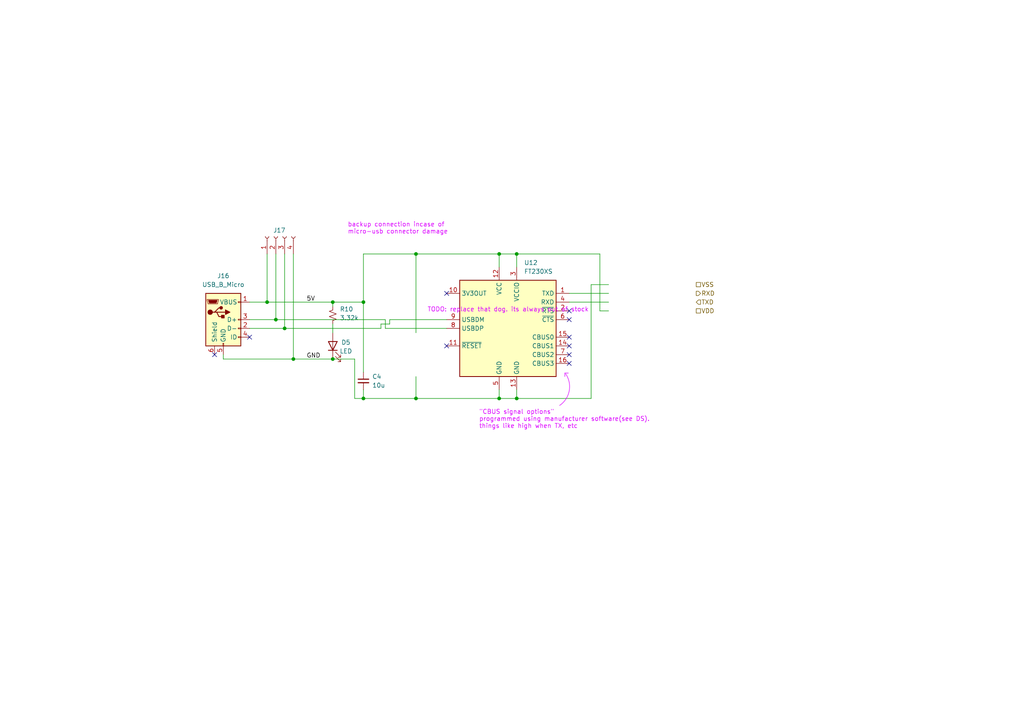
<source format=kicad_sch>
(kicad_sch (version 20250114) (generator "eeschema") (generator_version "9.0")
  (paper "A4")
  (lib_symbols
    (symbol "Connector:Conn_01x04_Socket" (pin_names (offset 1.016) (hide yes))
      (property "Reference" "J" (at 0 5.08 0))
      (property "Value" "Conn_01x04_Socket" (at 0 -7.62 0))
      (symbol "Conn_01x04_Socket_1_1"
        (polyline (pts (xy -1.27 2.54) (xy -0.508 2.54)) (stroke (width 0.1524)))
        (polyline (pts (xy -1.27 0) (xy -0.508 0)) (stroke (width 0.1524)))
        (polyline (pts (xy -1.27 -2.54) (xy -0.508 -2.54)) (stroke (width 0.1524)))
        (polyline (pts (xy -1.27 -5.08) (xy -0.508 -5.08)) (stroke (width 0.1524)))
        (arc (start 0 2.032) (mid -0.5058 2.54) (end 0 3.048) (stroke (width 0.1524)))
        (arc (start 0 -0.508) (mid -0.5058 0) (end 0 0.508) (stroke (width 0.1524)))
        (arc (start 0 -3.048) (mid -0.5058 -2.54) (end 0 -2.032) (stroke (width 0.1524)))
        (arc (start 0 -5.588) (mid -0.5058 -5.08) (end 0 -4.572) (stroke (width 0.1524)))
        (pin passive line (at -5.08 2.54 0) (length 3.81) (name "Pin_1") (number "1"))
        (pin passive line (at -5.08 0 0) (length 3.81) (name "Pin_2") (number "2"))
        (pin passive line (at -5.08 -2.54 0) (length 3.81) (name "Pin_3") (number "3"))
        (pin passive line (at -5.08 -5.08 0) (length 3.81) (name "Pin_4") (number "4"))
      )
    )
    (symbol "Connector:USB_B_Micro" (pin_names (offset 1.016))
      (property "Reference" "J" (at -5.08 11.43 0))
      (property "Value" "USB_B_Micro" (at -5.08 8.89 0))
      (symbol "USB_B_Micro_0_1"
        (rectangle (start -5.08 -7.62) (end 5.08 7.62) (stroke (width 0.254)) (fill (type background)))
        (polyline (pts (xy -4.699 5.842) (xy -4.699 5.588) (xy -4.445 4.826) (xy -4.445 4.572) (xy -1.651 4.572) (xy -1.651 4.826) (xy -1.397 5.588) (xy -1.397 5.842) (xy -4.699 5.842)))
        (polyline (pts (xy -4.318 5.588) (xy -1.778 5.588) (xy -2.032 4.826) (xy -4.064 4.826) (xy -4.318 5.588)) (fill (type outline)))
        (circle (center -3.81 2.159) (radius 0.635) (stroke (width 0.254)) (fill (type outline)))
        (polyline (pts (xy -3.175 2.159) (xy -2.54 2.159) (xy -1.27 3.429) (xy -0.635 3.429)) (stroke (width 0.254)))
        (polyline (pts (xy -2.54 2.159) (xy -1.905 2.159) (xy -1.27 0.889) (xy 0 0.889)) (stroke (width 0.254)))
        (polyline (pts (xy -1.905 2.159) (xy 0.635 2.159)) (stroke (width 0.254)))
        (circle (center -0.635 3.429) (radius 0.381) (stroke (width 0.254)) (fill (type outline)))
        (rectangle (start -0.127 -7.62) (end 0.127 -6.858))
        (rectangle (start 0.254 1.27) (end -0.508 0.508) (stroke (width 0.254)) (fill (type outline)))
        (polyline (pts (xy 0.635 2.794) (xy 0.635 1.524) (xy 1.905 2.159) (xy 0.635 2.794)) (stroke (width 0.254)) (fill (type outline)))
        (rectangle (start 5.08 4.953) (end 4.318 5.207))
        (rectangle (start 5.08 -0.127) (end 4.318 0.127))
        (rectangle (start 5.08 -2.667) (end 4.318 -2.413))
        (rectangle (start 5.08 -5.207) (end 4.318 -4.953))
      )
      (symbol "USB_B_Micro_1_1"
        (pin passive line (at -2.54 -10.16 90) (length 2.54) (name "Shield") (number "6"))
        (pin power_out line (at 0 -10.16 90) (length 2.54) (name "GND") (number "5"))
        (pin power_out line (at 7.62 5.08 180) (length 2.54) (name "VBUS") (number "1"))
        (pin bidirectional line (at 7.62 0 180) (length 2.54) (name "D+") (number "3"))
        (pin bidirectional line (at 7.62 -2.54 180) (length 2.54) (name "D-") (number "2"))
        (pin passive line (at 7.62 -5.08 180) (length 2.54) (name "ID") (number "4"))
      )
    )
    (symbol "Device:C_Small" (pin_numbers (hide yes)) (pin_names (offset 0.254) (hide yes))
      (property "Reference" "C" (at 0.254 1.778 0))
      (property "Value" "C_Small" (at 0.254 -2.032 0))
      (symbol "C_Small_0_1"
        (polyline (pts (xy -1.524 0.508) (xy 1.524 0.508)) (stroke (width 0.3048)))
        (polyline (pts (xy -1.524 -0.508) (xy 1.524 -0.508)) (stroke (width 0.3302)))
      )
      (symbol "C_Small_1_1"
        (pin passive line (at 0 2.54 270) (length 2.032) (name "~") (number "1"))
        (pin passive line (at 0 -2.54 90) (length 2.032) (name "~") (number "2"))
      )
    )
    (symbol "Device:LED" (pin_numbers (hide yes)) (pin_names (offset 1.016) (hide yes))
      (property "Reference" "D" (at 0 2.54 0))
      (property "Value" "LED" (at 0 -2.54 0))
      (symbol "LED_0_1"
        (polyline (pts (xy -3.048 -0.762) (xy -4.572 -2.286) (xy -3.81 -2.286) (xy -4.572 -2.286) (xy -4.572 -1.524)))
        (polyline (pts (xy -1.778 -0.762) (xy -3.302 -2.286) (xy -2.54 -2.286) (xy -3.302 -2.286) (xy -3.302 -1.524)))
        (polyline (pts (xy -1.27 0) (xy 1.27 0)))
        (polyline (pts (xy -1.27 -1.27) (xy -1.27 1.27)) (stroke (width 0.254)))
        (polyline (pts (xy 1.27 -1.27) (xy 1.27 1.27) (xy -1.27 0) (xy 1.27 -1.27)) (stroke (width 0.254)))
      )
      (symbol "LED_1_1"
        (pin passive line (at -3.81 0 0) (length 2.54) (name "K") (number "1"))
        (pin passive line (at 3.81 0 180) (length 2.54) (name "A") (number "2"))
      )
    )
    (symbol "Device:R_Small_US" (pin_numbers (hide yes)) (pin_names (offset 0.254) (hide yes))
      (property "Reference" "R" (at 0.762 0.508 0))
      (property "Value" "R_Small_US" (at 0.762 -1.016 0))
      (symbol "R_Small_US_1_1"
        (polyline (pts (xy 0 1.524) (xy 1.016 1.143) (xy 0 0.762) (xy -1.016 0.381) (xy 0 0)))
        (polyline (pts (xy 0 0) (xy 1.016 -0.381) (xy 0 -0.762) (xy -1.016 -1.143) (xy 0 -1.524)))
        (pin passive line (at 0 2.54 270) (length 1.016) (name "~") (number "1"))
        (pin passive line (at 0 -2.54 90) (length 1.016) (name "~") (number "2"))
      )
    )
    (symbol "Interface_USB:FT230XS"
      (property "Reference" "U" (at -13.97 15.24 0))
      (property "Value" "FT230XS" (at 7.62 15.24 0))
      (symbol "FT230XS_0_1"
        (rectangle (start -13.97 13.97) (end 13.97 -13.97) (stroke (width 0.254)) (fill (type background)))
      )
      (symbol "FT230XS_1_1"
        (pin power_out line (at -17.78 10.16 0) (length 3.81) (name "3V3OUT") (number "10"))
        (pin bidirectional line (at -17.78 2.54 0) (length 3.81) (name "USBDM") (number "9"))
        (pin bidirectional line (at -17.78 0 0) (length 3.81) (name "USBDP") (number "8"))
        (pin input line (at -17.78 -5.08 0) (length 3.81) (name "~{RESET}") (number "11"))
        (pin power_in line (at -2.54 17.78 270) (length 3.81) (name "VCC") (number "12"))
        (pin power_in line (at -2.54 -17.78 90) (length 3.81) (name "GND") (number "5"))
        (pin power_in line (at 2.54 17.78 270) (length 3.81) (name "VCCIO") (number "3"))
        (pin power_in line (at 2.54 -17.78 90) (length 3.81) (name "GND") (number "13"))
        (pin output line (at 17.78 10.16 180) (length 3.81) (name "TXD") (number "1"))
        (pin input line (at 17.78 7.62 180) (length 3.81) (name "RXD") (number "4"))
        (pin output line (at 17.78 5.08 180) (length 3.81) (name "~{RTS}") (number "2"))
        (pin input line (at 17.78 2.54 180) (length 3.81) (name "~{CTS}") (number "6"))
        (pin bidirectional line (at 17.78 -2.54 180) (length 3.81) (name "CBUS0") (number "15"))
        (pin bidirectional line (at 17.78 -5.08 180) (length 3.81) (name "CBUS1") (number "14"))
        (pin bidirectional line (at 17.78 -7.62 180) (length 3.81) (name "CBUS2") (number "7"))
        (pin bidirectional line (at 17.78 -10.16 180) (length 3.81) (name "CBUS3") (number "16"))
      )
    )
  )
  (arc (start 164.084 108.458) (mid 165.0887 113.3982) (end 162.306 117.602) (stroke (width 0) (color 218 0 255 1)))
  (text "TODO: replace that dog. its always out of stock" (at 123.952 89.154 0) (effects (font (size 1.27 1.27)) (justify left top)))
  (text "\"CBUS signal options\"\nprogrammed using manufacturer software(see DS).\nthings like high when TX, etc\n" (at 138.938 118.872 0) (effects (font (size 1.27 1.27)) (justify left top)))
  (text "backup connection incase of \nmicro-usb connector damage" (at 100.838 64.516 0) (effects (font (size 1.27 1.27)) (justify left top)))
  (junction (at 77.47 87.63))
  (junction (at 105.41 115.57))
  (junction (at 144.78 73.66))
  (junction (at 120.65 115.57))
  (junction (at 96.52 87.63))
  (junction (at 80.01 92.71))
  (junction (at 144.78 115.57))
  (junction (at 96.52 104.14))
  (junction (at 149.86 115.57))
  (junction (at 105.41 87.63))
  (junction (at 120.65 73.66))
  (junction (at 149.86 73.66))
  (junction (at 85.09 104.14))
  (junction (at 82.55 95.25))
  (no_connect (at 129.54 85.09))
  (no_connect (at 129.54 100.33))
  (no_connect (at 165.1 90.17))
  (no_connect (at 165.1 97.79))
  (no_connect (at 165.1 102.87))
  (no_connect (at 165.1 105.41))
  (no_connect (at 72.39 97.79))
  (no_connect (at 165.1 100.33))
  (no_connect (at 165.1 92.71))
  (no_connect (at 62.23 102.87))
  (wire (pts (xy 120.65 73.66) (xy 120.65 96.52)))
  (wire (pts (xy 80.01 92.71) (xy 111.76 92.71)))
  (wire (pts (xy 102.87 104.14) (xy 102.87 115.57)))
  (wire (pts (xy 96.52 87.63) (xy 105.41 87.63)))
  (wire (pts (xy 120.65 115.57) (xy 144.78 115.57)))
  (wire (pts (xy 64.77 104.14) (xy 85.09 104.14)))
  (wire (pts (xy 105.41 87.63) (xy 105.41 107.95)))
  (wire (pts (xy 111.76 92.71) (xy 111.76 95.25)))
  (wire (pts (xy 102.87 115.57) (xy 105.41 115.57)))
  (wire (pts (xy 113.03 92.71) (xy 129.54 92.71)))
  (wire (pts (xy 96.52 104.14) (xy 85.09 104.14)))
  (wire (pts (xy 72.39 92.71) (xy 80.01 92.71)))
  (wire (pts (xy 80.01 73.66) (xy 80.01 92.71)))
  (wire (pts (xy 144.78 115.57) (xy 149.86 115.57)))
  (wire (pts (xy 110.49 93.98) (xy 113.03 93.98)))
  (wire (pts (xy 77.47 87.63) (xy 96.52 87.63)))
  (wire (pts (xy 105.41 73.66) (xy 105.41 87.63)))
  (wire (pts (xy 105.41 113.03) (xy 105.41 115.57)))
  (wire (pts (xy 102.87 104.14) (xy 96.52 104.14)))
  (polyline (pts (xy 163.83 108.204) (xy 164.846 108.204)) (stroke (width 0) (color 218 0 255 1)))
  (wire (pts (xy 149.86 115.57) (xy 149.86 113.03)))
  (wire (pts (xy 165.1 85.09) (xy 176.53 85.09)))
  (wire (pts (xy 120.65 73.66) (xy 144.78 73.66)))
  (wire (pts (xy 110.49 95.25) (xy 110.49 93.98)))
  (wire (pts (xy 77.47 73.66) (xy 77.47 87.63)))
  (wire (pts (xy 85.09 73.66) (xy 85.09 104.14)))
  (wire (pts (xy 176.53 90.17) (xy 173.99 90.17)))
  (wire (pts (xy 144.78 113.03) (xy 144.78 115.57)))
  (wire (pts (xy 173.99 90.17) (xy 173.99 73.66)))
  (wire (pts (xy 120.65 109.22) (xy 120.65 115.57)))
  (wire (pts (xy 144.78 73.66) (xy 144.78 77.47)))
  (wire (pts (xy 64.77 104.14) (xy 64.77 102.87)))
  (polyline (pts (xy 163.83 108.204) (xy 163.83 109.22)) (stroke (width 0) (color 218 0 255 1)))
  (wire (pts (xy 171.45 82.55) (xy 171.45 115.57)))
  (wire (pts (xy 149.86 73.66) (xy 144.78 73.66)))
  (wire (pts (xy 176.53 82.55) (xy 171.45 82.55)))
  (wire (pts (xy 165.1 87.63) (xy 176.53 87.63)))
  (wire (pts (xy 149.86 73.66) (xy 173.99 73.66)))
  (wire (pts (xy 72.39 87.63) (xy 77.47 87.63)))
  (wire (pts (xy 82.55 73.66) (xy 82.55 95.25)))
  (wire (pts (xy 149.86 73.66) (xy 149.86 77.47)))
  (wire (pts (xy 96.52 87.63) (xy 96.52 88.9)))
  (wire (pts (xy 72.39 95.25) (xy 82.55 95.25)))
  (wire (pts (xy 105.41 115.57) (xy 120.65 115.57)))
  (wire (pts (xy 111.76 95.25) (xy 129.54 95.25)))
  (wire (pts (xy 105.41 73.66) (xy 120.65 73.66)))
  (wire (pts (xy 96.52 93.98) (xy 96.52 96.52)))
  (wire (pts (xy 113.03 92.71) (xy 113.03 93.98)))
  (wire (pts (xy 149.86 115.57) (xy 171.45 115.57)))
  (wire (pts (xy 82.55 95.25) (xy 110.49 95.25)))
  (label "GND" (at 88.9 104.14 0))
  (label "5V" (at 88.9 87.63 0))
  (hierarchical_label "RXD" (shape output) (at 201.93 85.09 0))
  (hierarchical_label "VSS" (shape passive) (at 201.93 82.55 0))
  (hierarchical_label "VDD" (shape passive) (at 201.93 90.17 0))
  (hierarchical_label "TXD" (shape input) (at 201.93 87.63 0))
  (symbol (lib_id "Connector:USB_B_Micro") (at 64.77 92.71 0) (unit 1)
    (property "Reference" "J16" (at 64.77 80.01 0))
    (property "Value" "USB_B_Micro" (at 64.77 82.55 0))
    (property "Footprint" "Connector_USB:USB_Micro-B_Amphenol_10118194-0001LF_Horizontal" (effects (hide yes)))
    (property "Description" "USB Micro Type B connector" (effects (hide yes)))
    (property "mouser" "https://www.mouser.com/ProductDetail/Amphenol-FCI/10118194-0001LF?qs=Ywefl8B65e4FIdY8OWfRQA%3D%3D" (effects (hide yes)))
    (property "specs" "1GOhm isolation allegedly" (effects (hide yes)))
    (property "unit x10" "0.363" (effects (hide yes)))
  )
  (symbol (lib_id "Connector:Conn_01x04_Socket") (at 80.01 68.58 90) (unit 1)
    (property "Reference" "J17" (at 81.026 66.802 90))
    (property "Value" "Conn_01x04_Socket" (effects (hide yes)))
    (property "Footprint" "Connector_PinHeader_2.54mm:PinHeader_1x04_P2.54mm_Vertical" (effects (hide yes)))
    (property "Description" "Generic connector, single row, 01x04, script generated" (effects (hide yes)))
  )
  (symbol (lib_id "Device:R_Small_US") (at 96.52 91.44 0) (mirror x) (unit 1)
    (property "Reference" "R10" (at 98.552 89.662 0) (effects (justify left)))
    (property "Value" "3.32k" (at 98.552 92.202 0) (effects (justify left)))
    (property "Footprint" "Resistor_SMD:R_0805_2012Metric_Pad1.20x1.40mm_HandSolder" (effects (hide yes)))
    (property "Description" "Resistor, US symbol" (effects (hide yes)))
    (property "mouser" "https://www.mouser.com/ProductDetail/Walsin/WR08X3321FTL?qs=sGAEpiMZZMvdGkrng054twKDKoBh%252BscnhzVUopLjNIsmzZlnTa4U1w%3D%3D" (effects (hide yes)))
    (property "specs" "3.32kOhm, 1%, 150V, 125mW, 100ppm, -55C, 155C" (effects (hide yes)))
    (property "unit x1" "0.10" (effects (hide yes)))
    (property "unit x10" "0.019" (effects (hide yes)))
  )
  (symbol (lib_id "Device:LED") (at 96.52 100.33 90) (unit 1)
    (property "Reference" "D5" (at 100.33 99.314 90))
    (property "Value" "LED" (at 100.33 101.854 90))
    (property "Footprint" "LED_SMD:LED_0603_1608Metric" (effects (hide yes)))
    (property "Description" "Amber LED, 5mA, 1.9Vf, 5Vr, 75mW" (effects (hide yes)))
    (property "Sim.Pins" "1=K 2=A" (effects (hide yes)))
    (property "mouser" "https://www.mouser.com/ProductDetail/Inolux/IN-S63AT5A?qs=sGAEpiMZZMusoohG2hS%252B168PbK3Wnfgfrs6xlVjjR%2FyR990S%252B53E4A%3D%3D" (effects (hide yes)))
    (property "specs" "amber, 5mA, 1.9V, 75mW, -40C, +85C" (effects (hide yes)))
    (property "unit x10" "0.118" (effects (hide yes)))
  )
  (symbol (lib_id "Device:C_Small") (at 105.41 110.49 0) (unit 1)
    (property "Reference" "C4" (at 107.95 109.2262 0) (effects (justify left)))
    (property "Value" "10u" (at 107.95 111.7662 0) (effects (justify left)))
    (property "Footprint" "Capacitor_SMD:C_1206_3216Metric_Pad1.33x1.80mm_HandSolder" (effects (hide yes)))
    (property "Description" "50Vdc, 10%, +125C" (effects (hide yes)))
    (property "mouser" "https://www.mouser.com/ProductDetail/Samsung-Electro-Mechanics/CL31A106KBHNNNE?qs=sGAEpiMZZMsh%252B1woXyUXjxqcB7t9naYpzWmpMbMJIKQ%3D" (effects (hide yes)))
    (property "specs" "10uF, 50VDC, X5R, 10%, -55C, +85C" (effects (hide yes)))
    (property "unit x10" "0.07" (effects (hide yes)))
  )
  (symbol (lib_id "Interface_USB:FT230XS") (at 147.32 95.25 0) (unit 1)
    (property "Reference" "U12" (at 152.0033 76.2 0) (effects (justify left)))
    (property "Value" "FT230XS" (at 152.0033 78.74 0) (effects (justify left)))
    (property "Footprint" "Package_SO:SSOP-16_3.9x4.9mm_P0.635mm" (effects (hide yes)))
    (property "Datasheet" "https://ftdichip.com/wp-content/uploads/2021/10/DS_FT230X.pdf" (effects (hide yes)))
    (property "Description" "Full Speed USB to Basic UART, SSOP-16" (effects (hide yes)))
    (property "mouser" "https://www.mouser.com/ProductDetail/FTDI/FT230XS-U?qs=Gp1Yz1mis3UZolxbXux7lw%3D%3D" (effects (hide yes)))
    (property "specs" "USB x UART bridge, 1 chan" (effects (hide yes)))
    (property "note" "https://www.eevblog.com/forum/reviews/alternatives-to-ftdi-usb-to-uart-converter/" (effects (hide yes)))
  )
)
</source>
